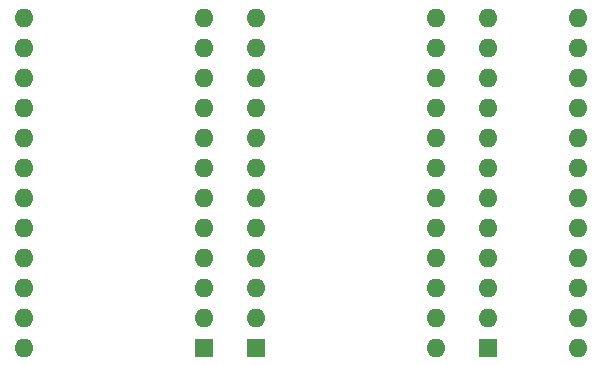
<source format=gbr>
%TF.GenerationSoftware,KiCad,Pcbnew,8.0.7*%
%TF.CreationDate,2025-03-21T13:40:33-04:00*%
%TF.ProjectId,TRS2_SOU_PATCH,54525332-5f53-44f5-955f-50415443482e,rev?*%
%TF.SameCoordinates,Original*%
%TF.FileFunction,Soldermask,Top*%
%TF.FilePolarity,Negative*%
%FSLAX46Y46*%
G04 Gerber Fmt 4.6, Leading zero omitted, Abs format (unit mm)*
G04 Created by KiCad (PCBNEW 8.0.7) date 2025-03-21 13:40:33*
%MOMM*%
%LPD*%
G01*
G04 APERTURE LIST*
%ADD10R,1.600000X1.600000*%
%ADD11O,1.600000X1.600000*%
G04 APERTURE END LIST*
D10*
%TO.C,U2*%
X152440000Y-78750000D03*
D11*
X152440000Y-76210000D03*
X152440000Y-73670000D03*
X152440000Y-71130000D03*
X152440000Y-68590000D03*
X152440000Y-66050000D03*
X152440000Y-63510000D03*
X152440000Y-60970000D03*
X152440000Y-58430000D03*
X152440000Y-55890000D03*
X152440000Y-53350000D03*
X152440000Y-50810000D03*
X137200000Y-50810000D03*
X137200000Y-53350000D03*
X137200000Y-55890000D03*
X137200000Y-58430000D03*
X137200000Y-60970000D03*
X137200000Y-63510000D03*
X137200000Y-66050000D03*
X137200000Y-68590000D03*
X137200000Y-71130000D03*
X137200000Y-73670000D03*
X137200000Y-76210000D03*
X137200000Y-78750000D03*
%TD*%
D10*
%TO.C,U1*%
X176480000Y-78750000D03*
D11*
X176480000Y-76210000D03*
X176480000Y-73670000D03*
X176480000Y-71130000D03*
X176480000Y-68590000D03*
X176480000Y-66050000D03*
X176480000Y-63510000D03*
X176480000Y-60970000D03*
X176480000Y-58430000D03*
X176480000Y-55890000D03*
X176480000Y-53350000D03*
X176480000Y-50810000D03*
X184100000Y-50810000D03*
X184100000Y-53350000D03*
X184100000Y-55890000D03*
X184100000Y-58430000D03*
X184100000Y-60970000D03*
X184100000Y-63510000D03*
X184100000Y-66050000D03*
X184100000Y-68590000D03*
X184100000Y-71130000D03*
X184100000Y-73670000D03*
X184100000Y-76210000D03*
X184100000Y-78750000D03*
%TD*%
D10*
%TO.C,U3*%
X156840000Y-78750000D03*
D11*
X156840000Y-76210000D03*
X156840000Y-73670000D03*
X156840000Y-71130000D03*
X156840000Y-68590000D03*
X156840000Y-66050000D03*
X156840000Y-63510000D03*
X156840000Y-60970000D03*
X156840000Y-58430000D03*
X156840000Y-55890000D03*
X156840000Y-53350000D03*
X156840000Y-50810000D03*
X172080000Y-50810000D03*
X172080000Y-53350000D03*
X172080000Y-55890000D03*
X172080000Y-58430000D03*
X172080000Y-60970000D03*
X172080000Y-63510000D03*
X172080000Y-66050000D03*
X172080000Y-68590000D03*
X172080000Y-71130000D03*
X172080000Y-73670000D03*
X172080000Y-76210000D03*
X172080000Y-78750000D03*
%TD*%
M02*

</source>
